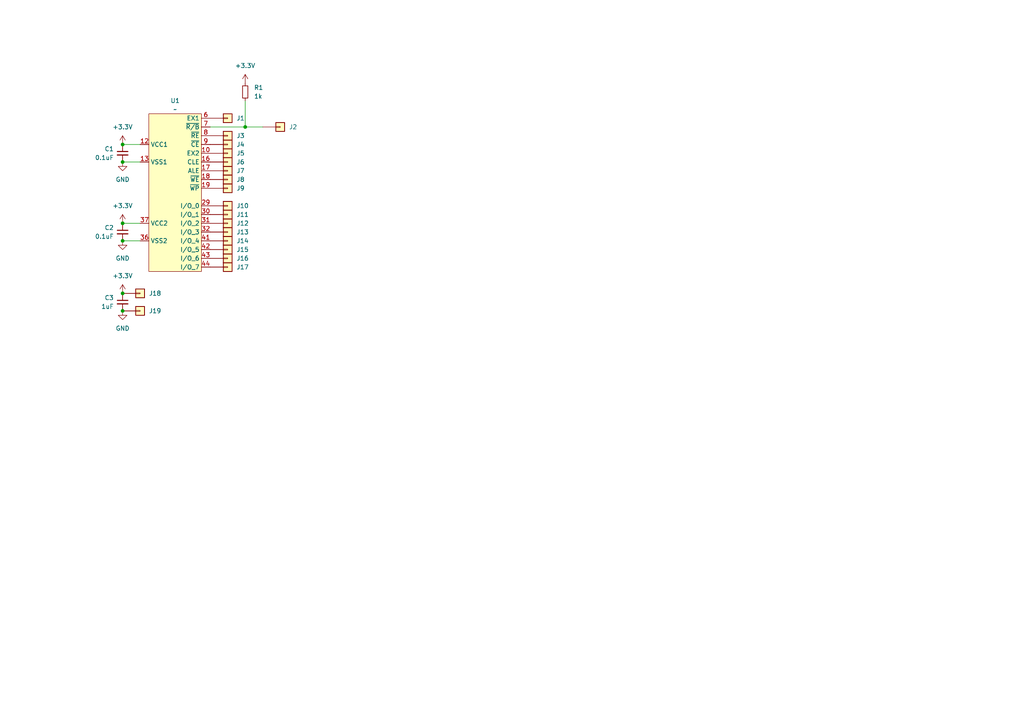
<source format=kicad_sch>
(kicad_sch (version 20240101) (generator "eeschema") (generator_version "8.99")
  (paper "A4")
  (lib_symbols
    (symbol "Conn_01x01_1" (pin_names (offset 1.016) hide)
      (property "Reference" "J1" (at 2.54 0 0))
      (symbol "Conn_01x01_1_1_1"
        (rectangle (start -1.27 0.127) (end 0 -0.127) (stroke (width 0.1524)))
        (rectangle (start -1.27 1.27) (end 1.27 -1.27) (stroke (width 0.254)) (fill (type background)))
        (pin passive line (at -5.08 0 0) (length 3.81) (name "Pin_1") (number "1"))
      )
    )
    (symbol "Device:C_Small" (pin_numbers hide) (pin_names (offset 0.254) hide)
      (property "Reference" "C" (at 0.254 1.778 0))
      (property "Value" "C_Small" (at 0.254 -2.032 0))
      (symbol "C_Small_0_1"
        (polyline (pts (xy -1.524 -0.508) (xy 1.524 -0.508)) (stroke (width 0.3302)))
        (polyline (pts (xy -1.524 0.508) (xy 1.524 0.508)) (stroke (width 0.3048)))
      )
      (symbol "C_Small_1_1"
        (pin passive line (at 0 2.54 270) (length 2.032) (name "~") (number "1"))
        (pin passive line (at 0 -2.54 90) (length 2.032) (name "~") (number "2"))
      )
    )
    (symbol "Device:R_Small" (pin_numbers hide) (pin_names (offset 0.254) hide)
      (property "Reference" "R" (at 0.762 0.508 0))
      (property "Value" "R_Small" (at 0.762 -1.016 0))
      (symbol "R_Small_0_1"
        (rectangle (start -0.762 1.778) (end 0.762 -1.778) (stroke (width 0.2032)))
      )
      (symbol "R_Small_1_1"
        (pin passive line (at 0 2.54 270) (length 0.762) (name "~") (number "1"))
        (pin passive line (at 0 -2.54 90) (length 0.762) (name "~") (number "2"))
      )
    )
    (symbol "nandFlex:WiiNAND"
      (property "Reference" "U" (at 0 25.4 0))
      (symbol "WiiNAND_1_1"
        (rectangle (start -7.62 22.86) (end 7.62 -22.86) (fill (type background)))
        (pin bidirectional line (at 10.16 11.43 180) (length 2.54) (name "EX2") (number "10"))
        (pin power_in line (at -10.16 13.97 0) (length 2.54) (name "VCC1") (number "12"))
        (pin passive line (at -10.16 8.89 0) (length 2.54) (name "VSS1") (number "13"))
        (pin bidirectional line (at 10.16 8.89 180) (length 2.54) (name "CLE") (number "16"))
        (pin bidirectional line (at 10.16 6.35 180) (length 2.54) (name "ALE") (number "17"))
        (pin bidirectional line (at 10.16 3.81 180) (length 2.54) (name "~{WE}") (number "18"))
        (pin bidirectional line (at 10.16 1.27 180) (length 2.54) (name "~{WP}") (number "19"))
        (pin bidirectional line (at 10.16 -3.81 180) (length 2.54) (name "I/O_0") (number "29"))
        (pin bidirectional line (at 10.16 -6.35 180) (length 2.54) (name "I/O_1") (number "30"))
        (pin bidirectional line (at 10.16 -8.89 180) (length 2.54) (name "I/O_2") (number "31"))
        (pin bidirectional line (at 10.16 -11.43 180) (length 2.54) (name "I/O_3") (number "32"))
        (pin passive line (at -10.16 -13.97 0) (length 2.54) (name "VSS2") (number "36"))
        (pin power_in line (at -10.16 -8.89 0) (length 2.54) (name "VCC2") (number "37"))
        (pin bidirectional line (at 10.16 -13.97 180) (length 2.54) (name "I/O_4") (number "41"))
        (pin bidirectional line (at 10.16 -16.51 180) (length 2.54) (name "I/O_5") (number "42"))
        (pin bidirectional line (at 10.16 -19.05 180) (length 2.54) (name "I/O_6") (number "43"))
        (pin bidirectional line (at 10.16 -21.59 180) (length 2.54) (name "I/O_7") (number "44"))
        (pin bidirectional line (at 10.16 21.59 180) (length 2.54) (name "EX1") (number "6"))
        (pin bidirectional line (at 10.16 19.05 180) (length 2.54) (name "~{R/B}") (number "7"))
        (pin bidirectional line (at 10.16 16.51 180) (length 2.54) (name "~{RE}") (number "8"))
        (pin bidirectional line (at 10.16 13.97 180) (length 2.54) (name "~{CE}") (number "9"))
      )
    )
    (symbol "power:+3.3V" (power) (pin_numbers hide) (pin_names (offset 0) hide)
      (property "Value" "+3.3V" (at 0 3.556 0))
      (symbol "+3.3V_0_1"
        (polyline (pts (xy -0.762 1.27) (xy 0 2.54)))
        (polyline (pts (xy 0 0) (xy 0 2.54)))
        (polyline (pts (xy 0 2.54) (xy 0.762 1.27)))
      )
      (symbol "+3.3V_1_1"
        (pin power_in line (at 0 0 90) (length 0) (name "~") (number "1"))
      )
    )
    (symbol "power:GND" (power) (pin_numbers hide) (pin_names (offset 0) hide)
      (property "Value" "GND" (at 0 -3.81 0))
      (symbol "GND_0_1"
        (polyline (pts (xy 0 0) (xy 0 -1.27) (xy 1.27 -1.27) (xy 0 -2.54) (xy -1.27 -1.27) (xy 0 -1.27)))
      )
      (symbol "GND_1_1"
        (pin power_in line (at 0 0 270) (length 0) (name "~") (number "1"))
      )
    )
  )
  (junction (at 35.56 90.17))
  (junction (at 35.56 85.09))
  (junction (at 35.56 46.99))
  (junction (at 35.56 69.85))
  (junction (at 71.12 36.83))
  (junction (at 35.56 41.91))
  (junction (at 35.56 64.77))
  (wire (pts (xy 60.96 36.83) (xy 71.12 36.83)))
  (wire (pts (xy 35.56 46.99) (xy 40.64 46.99)))
  (wire (pts (xy 71.12 36.83) (xy 76.2 36.83)))
  (wire (pts (xy 35.56 69.85) (xy 40.64 69.85)))
  (wire (pts (xy 35.56 41.91) (xy 40.64 41.91)))
  (wire (pts (xy 71.12 29.21) (xy 71.12 36.83)))
  (wire (pts (xy 35.56 64.77) (xy 40.64 64.77)))
  (symbol (lib_name "Conn_01x01_1") (lib_id "Connector_Generic:Conn_01x01") (at 66.04 64.77 0) (unit 1)
    (property "Reference" "J12" (at 68.58 64.77 0) (effects (justify left)))
    (property "Value" "Conn_01x01" (effects (hide yes)))
    (property "Footprint" "nandflex:wii-single-via-0.45mm" (effects (hide yes)))
    (property "Description" "Generic connector, single row, 01x01, script generated (kicad-library-utils/schlib/autogen/connector/)" (effects (hide yes)))
  )
  (symbol (lib_id "power:GND") (at 35.56 90.17 0) (unit 1)
    (property "Reference" "#PWR07" (effects (hide yes)))
    (property "Value" "GND" (at 35.56 95.25 0))
    (property "Description" "Power symbol creates a global label with name \"GND\" , ground" (effects (hide yes)))
  )
  (symbol (lib_name "Conn_01x01_1") (lib_id "Connector_Generic:Conn_01x01") (at 66.04 59.69 0) (unit 1)
    (property "Reference" "J10" (at 68.58 59.69 0) (effects (justify left)))
    (property "Value" "Conn_01x01" (effects (hide yes)))
    (property "Footprint" "nandflex:wii-single-via-0.45mm" (effects (hide yes)))
    (property "Description" "Generic connector, single row, 01x01, script generated (kicad-library-utils/schlib/autogen/connector/)" (effects (hide yes)))
  )
  (symbol (lib_id "nandFlex:WiiNAND") (at 50.8 55.88 0) (unit 1)
    (property "Reference" "U1" (at 50.8 29.21 0))
    (property "Value" "~" (at 50.8 31.75 0))
    (property "Footprint" "nandflex:Wii-TSOP48-trimmed" (effects (hide yes)))
  )
  (symbol (lib_name "Conn_01x01_1") (lib_id "Connector_Generic:Conn_01x01") (at 66.04 52.07 0) (unit 1)
    (property "Reference" "J8" (at 68.58 52.07 0) (effects (justify left)))
    (property "Value" "Conn_01x01" (effects (hide yes)))
    (property "Footprint" "nandflex:wii-single-via-0.45mm" (effects (hide yes)))
    (property "Description" "Generic connector, single row, 01x01, script generated (kicad-library-utils/schlib/autogen/connector/)" (effects (hide yes)))
  )
  (symbol (lib_name "Conn_01x01_1") (lib_id "Connector_Generic:Conn_01x01") (at 66.04 62.23 0) (unit 1)
    (property "Reference" "J11" (at 68.58 62.23 0) (effects (justify left)))
    (property "Value" "Conn_01x01" (effects (hide yes)))
    (property "Footprint" "nandflex:wii-single-via-0.45mm" (effects (hide yes)))
    (property "Description" "Generic connector, single row, 01x01, script generated (kicad-library-utils/schlib/autogen/connector/)" (effects (hide yes)))
  )
  (symbol (lib_id "power:GND") (at 35.56 69.85 0) (unit 1)
    (property "Reference" "#PWR05" (effects (hide yes)))
    (property "Value" "GND" (at 35.56 74.93 0))
    (property "Description" "Power symbol creates a global label with name \"GND\" , ground" (effects (hide yes)))
  )
  (symbol (lib_id "Device:R_Small") (at 71.12 26.67 0) (unit 1)
    (property "Reference" "R1" (at 73.66 25.3999 0) (effects (justify left)))
    (property "Value" "1k" (at 73.66 27.9399 0) (effects (justify left)))
    (property "Footprint" "Resistor_SMD:R_0402_1005Metric" (effects (hide yes)))
    (property "Description" "Resistor, small symbol" (effects (hide yes)))
  )
  (symbol (lib_id "power:GND") (at 35.56 46.99 0) (unit 1)
    (property "Reference" "#PWR03" (effects (hide yes)))
    (property "Value" "GND" (at 35.56 52.07 0))
    (property "Description" "Power symbol creates a global label with name \"GND\" , ground" (effects (hide yes)))
  )
  (symbol (lib_id "Device:C_Small") (at 35.56 87.63 0) (unit 1)
    (property "Reference" "C3" (at 33.02 86.3662 0) (effects (justify right)))
    (property "Value" "1uF" (at 33.02 88.9062 0) (effects (justify right)))
    (property "Footprint" "Capacitor_SMD:C_0402_1005Metric" (effects (hide yes)))
    (property "Description" "Unpolarized capacitor, small symbol" (effects (hide yes)))
  )
  (symbol (lib_name "Conn_01x01_1") (lib_id "Connector_Generic:Conn_01x01") (at 40.64 85.09 0) (unit 1)
    (property "Reference" "J18" (at 43.18 85.09 0) (effects (justify left)))
    (property "Value" "Conn_01x01" (effects (hide yes)))
    (property "Footprint" "nandflex:wii-single-via-0.45mm" (effects (hide yes)))
    (property "Description" "Generic connector, single row, 01x01, script generated (kicad-library-utils/schlib/autogen/connector/)" (effects (hide yes)))
  )
  (symbol (lib_name "Conn_01x01_1") (lib_id "Connector_Generic:Conn_01x01") (at 66.04 44.45 0) (unit 1)
    (property "Reference" "J5" (at 68.58 44.45 0) (effects (justify left)))
    (property "Value" "Conn_01x01" (effects (hide yes)))
    (property "Footprint" "nandflex:wii-single-via-0.45mm" (effects (hide yes)))
    (property "Description" "Generic connector, single row, 01x01, script generated (kicad-library-utils/schlib/autogen/connector/)" (effects (hide yes)))
  )
  (symbol (lib_name "Conn_01x01_1") (lib_id "Connector_Generic:Conn_01x01") (at 66.04 74.93 0) (unit 1)
    (property "Reference" "J16" (at 68.58 74.93 0) (effects (justify left)))
    (property "Value" "Conn_01x01" (effects (hide yes)))
    (property "Footprint" "nandflex:wii-single-via-0.45mm" (effects (hide yes)))
    (property "Description" "Generic connector, single row, 01x01, script generated (kicad-library-utils/schlib/autogen/connector/)" (effects (hide yes)))
  )
  (symbol (lib_name "Conn_01x01_1") (lib_id "Connector_Generic:Conn_01x01") (at 66.04 72.39 0) (unit 1)
    (property "Reference" "J15" (at 68.58 72.39 0) (effects (justify left)))
    (property "Value" "Conn_01x01" (effects (hide yes)))
    (property "Footprint" "nandflex:wii-single-via-0.45mm" (effects (hide yes)))
    (property "Description" "Generic connector, single row, 01x01, script generated (kicad-library-utils/schlib/autogen/connector/)" (effects (hide yes)))
  )
  (symbol (lib_id "power:+3.3V") (at 71.12 24.13 0) (unit 1)
    (property "Reference" "#PWR01" (effects (hide yes)))
    (property "Value" "+3.3V" (at 71.12 19.05 0))
    (property "Description" "Power symbol creates a global label with name \"+3.3V\"" (effects (hide yes)))
  )
  (symbol (lib_name "Conn_01x01_1") (lib_id "Connector_Generic:Conn_01x01") (at 66.04 77.47 0) (unit 1)
    (property "Reference" "J17" (at 68.58 77.47 0) (effects (justify left)))
    (property "Value" "Conn_01x01" (effects (hide yes)))
    (property "Footprint" "nandflex:wii-single-via-0.45mm" (effects (hide yes)))
    (property "Description" "Generic connector, single row, 01x01, script generated (kicad-library-utils/schlib/autogen/connector/)" (effects (hide yes)))
  )
  (symbol (lib_id "Device:C_Small") (at 35.56 67.31 0) (unit 1)
    (property "Reference" "C2" (at 33.02 66.0462 0) (effects (justify right)))
    (property "Value" "0.1uF" (at 33.02 68.5862 0) (effects (justify right)))
    (property "Footprint" "Capacitor_SMD:C_0402_1005Metric" (effects (hide yes)))
    (property "Description" "Unpolarized capacitor, small symbol" (effects (hide yes)))
  )
  (symbol (lib_name "Conn_01x01_1") (lib_id "Connector_Generic:Conn_01x01") (at 66.04 54.61 0) (unit 1)
    (property "Reference" "J9" (at 68.58 54.61 0) (effects (justify left)))
    (property "Value" "Conn_01x01" (effects (hide yes)))
    (property "Footprint" "nandflex:wii-single-via-0.45mm" (effects (hide yes)))
    (property "Description" "Generic connector, single row, 01x01, script generated (kicad-library-utils/schlib/autogen/connector/)" (effects (hide yes)))
  )
  (symbol (lib_id "power:+3.3V") (at 35.56 64.77 0) (unit 1)
    (property "Reference" "#PWR04" (effects (hide yes)))
    (property "Value" "+3.3V" (at 35.56 59.69 0))
    (property "Description" "Power symbol creates a global label with name \"+3.3V\"" (effects (hide yes)))
  )
  (symbol (lib_name "Conn_01x01_1") (lib_id "Connector_Generic:Conn_01x01") (at 81.28 36.83 0) (unit 1)
    (property "Reference" "J2" (at 83.82 36.83 0) (effects (justify left)))
    (property "Value" "Conn_01x01" (effects (hide yes)))
    (property "Footprint" "nandflex:wii-single-via-0.45mm" (effects (hide yes)))
    (property "Description" "Generic connector, single row, 01x01, script generated (kicad-library-utils/schlib/autogen/connector/)" (effects (hide yes)))
  )
  (symbol (lib_name "Conn_01x01_1") (lib_id "Connector_Generic:Conn_01x01") (at 66.04 49.53 0) (unit 1)
    (property "Reference" "J7" (at 68.58 49.53 0) (effects (justify left)))
    (property "Value" "Conn_01x01" (effects (hide yes)))
    (property "Footprint" "nandflex:wii-single-via-0.45mm" (effects (hide yes)))
    (property "Description" "Generic connector, single row, 01x01, script generated (kicad-library-utils/schlib/autogen/connector/)" (effects (hide yes)))
  )
  (symbol (lib_name "Conn_01x01_1") (lib_id "Connector_Generic:Conn_01x01") (at 66.04 41.91 0) (unit 1)
    (property "Reference" "J4" (at 68.58 41.91 0) (effects (justify left)))
    (property "Value" "Conn_01x01" (effects (hide yes)))
    (property "Footprint" "nandflex:wii-single-via-0.45mm" (effects (hide yes)))
    (property "Description" "Generic connector, single row, 01x01, script generated (kicad-library-utils/schlib/autogen/connector/)" (effects (hide yes)))
  )
  (symbol (lib_id "power:+3.3V") (at 35.56 41.91 0) (unit 1)
    (property "Reference" "#PWR02" (effects (hide yes)))
    (property "Value" "+3.3V" (at 35.56 36.83 0))
    (property "Description" "Power symbol creates a global label with name \"+3.3V\"" (effects (hide yes)))
  )
  (symbol (lib_name "Conn_01x01_1") (lib_id "Connector_Generic:Conn_01x01") (at 66.04 46.99 0) (unit 1)
    (property "Reference" "J6" (at 68.58 46.99 0) (effects (justify left)))
    (property "Value" "Conn_01x01" (effects (hide yes)))
    (property "Footprint" "nandflex:wii-single-via-0.45mm" (effects (hide yes)))
    (property "Description" "Generic connector, single row, 01x01, script generated (kicad-library-utils/schlib/autogen/connector/)" (effects (hide yes)))
  )
  (symbol (lib_id "Device:C_Small") (at 35.56 44.45 0) (unit 1)
    (property "Reference" "C1" (at 33.02 43.1862 0) (effects (justify right)))
    (property "Value" "0.1uF" (at 33.02 45.7262 0) (effects (justify right)))
    (property "Footprint" "Capacitor_SMD:C_0402_1005Metric" (effects (hide yes)))
    (property "Description" "Unpolarized capacitor, small symbol" (effects (hide yes)))
  )
  (symbol (lib_name "Conn_01x01_1") (lib_id "Connector_Generic:Conn_01x01") (at 66.04 39.37 0) (unit 1)
    (property "Reference" "J3" (at 68.58 39.37 0) (effects (justify left)))
    (property "Value" "Conn_01x01" (effects (hide yes)))
    (property "Footprint" "nandflex:wii-single-via-0.45mm" (effects (hide yes)))
    (property "Description" "Generic connector, single row, 01x01, script generated (kicad-library-utils/schlib/autogen/connector/)" (effects (hide yes)))
  )
  (symbol (lib_id "power:+3.3V") (at 35.56 85.09 0) (unit 1)
    (property "Reference" "#PWR06" (effects (hide yes)))
    (property "Value" "+3.3V" (at 35.56 80.01 0))
    (property "Description" "Power symbol creates a global label with name \"+3.3V\"" (effects (hide yes)))
  )
  (symbol (lib_name "Conn_01x01_1") (lib_id "Connector_Generic:Conn_01x01") (at 66.04 67.31 0) (unit 1)
    (property "Reference" "J13" (at 68.58 67.31 0) (effects (justify left)))
    (property "Value" "Conn_01x01" (effects (hide yes)))
    (property "Footprint" "nandflex:wii-single-via-0.45mm" (effects (hide yes)))
    (property "Description" "Generic connector, single row, 01x01, script generated (kicad-library-utils/schlib/autogen/connector/)" (effects (hide yes)))
  )
  (symbol (lib_name "Conn_01x01_1") (lib_id "Connector_Generic:Conn_01x01") (at 66.04 34.29 0) (unit 1)
    (property "Reference" "J1" (at 68.58 34.29 0) (effects (justify left)))
    (property "Value" "Conn_01x01" (effects (hide yes)))
    (property "Footprint" "nandflex:wii-single-via-0.45mm" (effects (hide yes)))
    (property "Description" "Generic connector, single row, 01x01, script generated (kicad-library-utils/schlib/autogen/connector/)" (effects (hide yes)))
  )
  (symbol (lib_name "Conn_01x01_1") (lib_id "Connector_Generic:Conn_01x01") (at 40.64 90.17 0) (unit 1)
    (property "Reference" "J19" (at 43.18 90.17 0) (effects (justify left)))
    (property "Value" "Conn_01x01" (effects (hide yes)))
    (property "Footprint" "nandflex:wii-single-via-0.45mm" (effects (hide yes)))
    (property "Description" "Generic connector, single row, 01x01, script generated (kicad-library-utils/schlib/autogen/connector/)" (effects (hide yes)))
  )
  (symbol (lib_name "Conn_01x01_1") (lib_id "Connector_Generic:Conn_01x01") (at 66.04 69.85 0) (unit 1)
    (property "Reference" "J14" (at 68.58 69.85 0) (effects (justify left)))
    (property "Value" "Conn_01x01" (effects (hide yes)))
    (property "Footprint" "nandflex:wii-single-via-0.45mm" (effects (hide yes)))
    (property "Description" "Generic connector, single row, 01x01, script generated (kicad-library-utils/schlib/autogen/connector/)" (effects (hide yes)))
  )
)
</source>
